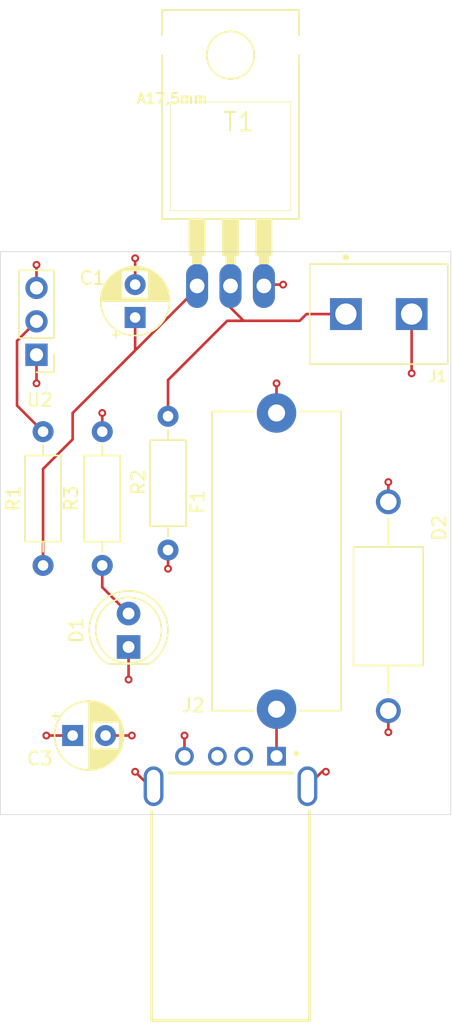
<source format=kicad_pcb>
(kicad_pcb (version 20240108) (generator "pcbnew") (generator_version "8.0")
  (title_block (date "2024-08-25") (rev "A") (company "Rullo Corporation"))
  (layers (0 "F.Cu" signal) (1 "In1.Cu" power "In1.Cu_GND") (2 "In2.Cu" power "In2.Cu_5V") (31 "B.Cu" signal) (34 "B.Paste" user) (35 "F.Paste" user) (36 "B.SilkS" user "B.Silkscreen") (37 "F.SilkS" user "F.Silkscreen") (38 "B.Mask" user) (39 "F.Mask" user) (44 "Edge.Cuts" user))
  (net 0 "")
  (net 1 "Net-(C1-Pad1)")
  (net 2 "GND")
  (net 3 "+5V")
  (net 4 "Net-(D1-A)")
  (net 5 "Net-(J2-VCC)")
  (net 6 "Net-(J1-01)")
  (net 9 "Net-(U2-SIG)")
  (footprint "Capacitor_THT:CP_Radial_D5.0mm_P2.50mm" (layer "F.Cu") (at 111.75 123.25)
    (property "Reference" "C3" (at -2.5 1.75 0) (layer "F.SilkS"))
    (property "Value" "100uF")
    (fp_line (start -1.554775 -1.475) (end -1.054775 -1.475) (stroke (width 0.12)) (layer "F.SilkS"))
    (fp_line (start -1.304775 -1.725) (end -1.304775 -1.225) (stroke (width 0.12)) (layer "F.SilkS"))
    (fp_line (start 1.25 -2.58) (end 1.25 2.58) (stroke (width 0.12)) (layer "F.SilkS"))
    (fp_line (start 1.29 -2.58) (end 1.29 2.58) (stroke (width 0.12)) (layer "F.SilkS"))
    (fp_line (start 1.33 -2.579) (end 1.33 2.579) (stroke (width 0.12)) (layer "F.SilkS"))
    (fp_line (start 1.37 -2.578) (end 1.37 2.578) (stroke (width 0.12)) (layer "F.SilkS"))
    (fp_line (start 1.41 -2.576) (end 1.41 2.576) (stroke (width 0.12)) (layer "F.SilkS"))
    (fp_line (start 1.45 -2.573) (end 1.45 2.573) (stroke (width 0.12)) (layer "F.SilkS"))
    (fp_line (start 1.49 -2.569) (end 1.49 -1.04) (stroke (width 0.12)) (layer "F.SilkS"))
    (fp_line (start 1.49 1.04) (end 1.49 2.569) (stroke (width 0.12)) (layer "F.SilkS"))
    (fp_line (start 1.53 -2.565) (end 1.53 -1.04) (stroke (width 0.12)) (layer "F.SilkS"))
    (fp_line (start 1.53 1.04) (end 1.53 2.565) (stroke (width 0.12)) (layer "F.SilkS"))
    (fp_line (start 1.57 -2.561) (end 1.57 -1.04) (stroke (width 0.12)) (layer "F.SilkS"))
    (fp_line (start 1.57 1.04) (end 1.57 2.561) (stroke (width 0.12)) (layer "F.SilkS"))
    (fp_line (start 1.61 -2.556) (end 1.61 -1.04) (stroke (width 0.12)) (layer "F.SilkS"))
    (fp_line (start 1.61 1.04) (end 1.61 2.556) (stroke (width 0.12)) (layer "F.SilkS"))
    (fp_line (start 1.65 -2.55) (end 1.65 -1.04) (stroke (width 0.12)) (layer "F.SilkS"))
    (fp_line (start 1.65 1.04) (end 1.65 2.55) (stroke (width 0.12)) (layer "F.SilkS"))
    (fp_line (start 1.69 -2.543) (end 1.69 -1.04) (stroke (width 0.12)) (layer "F.SilkS"))
    (fp_line (start 1.69 1.04) (end 1.69 2.543) (stroke (width 0.12)) (layer "F.SilkS"))
    (fp_line (start 1.73 -2.536) (end 1.73 -1.04) (stroke (width 0.12)) (layer "F.SilkS"))
    (fp_line (start 1.73 1.04) (end 1.73 2.536) (stroke (width 0.12)) (layer "F.SilkS"))
    (fp_line (start 1.77 -2.528) (end 1.77 -1.04) (stroke (width 0.12)) (layer "F.SilkS"))
    (fp_line (start 1.77 1.04) (end 1.77 2.528) (stroke (width 0.12)) (layer "F.SilkS"))
    (fp_line (start 1.81 -2.52) (end 1.81 -1.04) (stroke (width 0.12)) (layer "F.SilkS"))
    (fp_line (start 1.81 1.04) (end 1.81 2.52) (stroke (width 0.12)) (layer "F.SilkS"))
    (fp_line (start 1.85 -2.511) (end 1.85 -1.04) (stroke (width 0.12)) (layer "F.SilkS"))
    (fp_line (start 1.85 1.04) (end 1.85 2.511) (stroke (width 0.12)) (layer "F.SilkS"))
    (fp_line (start 1.89 -2.501) (end 1.89 -1.04) (stroke (width 0.12)) (layer "F.SilkS"))
    (fp_line (start 1.89 1.04) (end 1.89 2.501) (stroke (width 0.12)) (layer "F.SilkS"))
    (fp_line (start 1.93 -2.491) (end 1.93 -1.04) (stroke (width 0.12)) (layer "F.SilkS"))
    (fp_line (start 1.93 1.04) (end 1.93 2.491) (stroke (width 0.12)) (layer "F.SilkS"))
    (fp_line (start 1.971 -2.48) (end 1.971 -1.04) (stroke (width 0.12)) (layer "F.SilkS"))
    (fp_line (start 1.971 1.04) (end 1.971 2.48) (stroke (width 0.12)) (layer "F.SilkS"))
    (fp_line (start 2.011 -2.468) (end 2.011 -1.04) (stroke (width 0.12)) (layer "F.SilkS"))
    (fp_line (start 2.011 1.04) (end 2.011 2.468) (stroke (width 0.12)) (layer "F.SilkS"))
    (fp_line (start 2.051 -2.455) (end 2.051 -1.04) (stroke (width 0.12)) (layer "F.SilkS"))
    (fp_line (start 2.051 1.04) (end 2.051 2.455) (stroke (width 0.12)) (layer "F.SilkS"))
    (fp_line (start 2.091 -2.442) (end 2.091 -1.04) (stroke (width 0.12)) (layer "F.SilkS"))
    (fp_line (start 2.091 1.04) (end 2.091 2.442) (stroke (width 0.12)) (layer "F.SilkS"))
    (fp_line (start 2.131 -2.428) (end 2.131 -1.04) (stroke (width 0.12)) (layer "F.SilkS"))
    (fp_line (start 2.131 1.04) (end 2.131 2.428) (stroke (width 0.12)) (layer "F.SilkS"))
    (fp_line (start 2.171 -2.414) (end 2.171 -1.04) (stroke (width 0.12)) (layer "F.SilkS"))
    (fp_line (start 2.171 1.04) (end 2.171 2.414) (stroke (width 0.12)) (layer "F.SilkS"))
    (fp_line (start 2.211 -2.398) (end 2.211 -1.04) (stroke (width 0.12)) (layer "F.SilkS"))
    (fp_line (start 2.211 1.04) (end 2.211 2.398) (stroke (width 0.12)) (layer "F.SilkS"))
    (fp_line (start 2.251 -2.382) (end 2.251 -1.04) (stroke (width 0.12)) (layer "F.SilkS"))
    (fp_line (start 2.251 1.04) (end 2.251 2.382) (stroke (width 0.12)) (layer "F.SilkS"))
    (fp_line (start 2.291 -2.365) (end 2.291 -1.04) (stroke (width 0.12)) (layer "F.SilkS"))
    (fp_line (start 2.291 1.04) (end 2.291 2.365) (stroke (width 0.12)) (layer "F.SilkS"))
    (fp_line (start 2.331 -2.348) (end 2.331 -1.04) (stroke (width 0.12)) (layer "F.SilkS"))
    (fp_line (start 2.331 1.04) (end 2.331 2.348) (stroke (width 0.12)) (layer "F.SilkS"))
    (fp_line (start 2.371 -2.329) (end 2.371 -1.04) (stroke (width 0.12)) (layer "F.SilkS"))
    (fp_line (start 2.371 1.04) (end 2.371 2.329) (stroke (width 0.12)) (layer "F.SilkS"))
    (fp_line (start 2.411 -2.31) (end 2.411 -1.04) (stroke (width 0.12)) (layer "F.SilkS"))
    (fp_line (start 2.411 1.04) (end 2.411 2.31) (stroke (width 0.12)) (layer "F.SilkS"))
    (fp_line (start 2.451 -2.29) (end 2.451 -1.04) (stroke (width 0.12)) (layer "F.SilkS"))
    (fp_line (start 2.451 1.04) (end 2.451 2.29) (stroke (width 0.12)) (layer "F.SilkS"))
    (fp_line (start 2.491 -2.268) (end 2.491 -1.04) (stroke (width 0.12)) (layer "F.SilkS"))
    (fp_line (start 2.491 1.04) (end 2.491 2.268) (stroke (width 0.12)) (layer "F.SilkS"))
    (fp_line (start 2.531 -2.247) (end 2.531 -1.04) (stroke (width 0.12)) (layer "F.SilkS"))
    (fp_line (start 2.531 1.04) (end 2.531 2.247) (stroke (width 0.12)) (layer "F.SilkS"))
    (fp_line (start 2.571 -2.224) (end 2.571 -1.04) (stroke (width 0.12)) (layer "F.SilkS"))
    (fp_line (start 2.571 1.04) (end 2.571 2.224) (stroke (width 0.12)) (layer "F.SilkS"))
    (fp_line (start 2.611 -2.2) (end 2.611 -1.04) (stroke (width 0.12)) (layer "F.SilkS"))
    (fp_line (start 2.611 1.04) (end 2.611 2.2) (stroke (width 0.12)) (layer "F.SilkS"))
    (fp_line (start 2.651 -2.175) (end 2.651 -1.04) (stroke (width 0.12)) (layer "F.SilkS"))
    (fp_line (start 2.651 1.04) (end 2.651 2.175) (stroke (width 0.12)) (layer "F.SilkS"))
    (fp_line (start 2.691 -2.149) (end 2.691 -1.04) (stroke (width 0.12)) (layer "F.SilkS"))
    (fp_line (start 2.691 1.04) (end 2.691 2.149) (stroke (width 0.12)) (layer "F.SilkS"))
    (fp_line (start 2.731 -2.122) (end 2.731 -1.04) (stroke (width 0.12)) (layer "F.SilkS"))
    (fp_line (start 2.731 1.04) (end 2.731 2.122) (stroke (width 0.12)) (layer "F.SilkS"))
    (fp_line (start 2.771 -2.095) (end 2.771 -1.04) (stroke (width 0.12)) (layer "F.SilkS"))
    (fp_line (start 2.771 1.04) (end 2.771 2.095) (stroke (width 0.12)) (layer "F.SilkS"))
    (fp_line (start 2.811 -2.065) (end 2.811 -1.04) (stroke (width 0.12)) (layer "F.SilkS"))
    (fp_line (start 2.811 1.04) (end 2.811 2.065) (stroke (width 0.12)) (layer "F.SilkS"))
    (fp_line (start 2.851 -2.035) (end 2.851 -1.04) (stroke (width 0.12)) (layer "F.SilkS"))
    (fp_line (start 2.851 1.04) (end 2.851 2.035) (stroke (width 0.12)) (layer "F.SilkS"))
    (fp_line (start 2.891 -2.004) (end 2.891 -1.04) (stroke (width 0.12)) (layer "F.SilkS"))
    (fp_line (start 2.891 1.04) (end 2.891 2.004) (stroke (width 0.12)) (layer "F.SilkS"))
    (fp_line (start 2.931 -1.971) (end 2.931 -1.04) (stroke (width 0.12)) (layer "F.SilkS"))
    (fp_line (start 2.931 1.04) (end 2.931 1.971) (stroke (width 0.12)) (layer "F.SilkS"))
    (fp_line (start 2.971 -1.937) (end 2.971 -1.04) (stroke (width 0.12)) (layer "F.SilkS"))
    (fp_line (start 2.971 1.04) (end 2.971 1.937) (stroke (width 0.12)) (layer "F.SilkS"))
    (fp_line (start 3.011 -1.901) (end 3.011 -1.04) (stroke (width 0.12)) (layer "F.SilkS"))
    (fp_line (start 3.011 1.04) (end 3.011 1.901) (stroke (width 0.12)) (layer "F.SilkS"))
    (fp_line (start 3.051 -1.864) (end 3.051 -1.04) (stroke (width 0.12)) (layer "F.SilkS"))
    (fp_line (start 3.051 1.04) (end 3.051 1.864) (stroke (width 0.12)) (layer "F.SilkS"))
    (fp_line (start 3.091 -1.826) (end 3.091 -1.04) (stroke (width 0.12)) (layer "F.SilkS"))
    (fp_line (start 3.091 1.04) (end 3.091 1.826) (stroke (width 0.12)) (layer "F.SilkS"))
    (fp_line (start 3.131 -1.785) (end 3.131 -1.04) (stroke (width 0.12)) (layer "F.SilkS"))
    (fp_line (start 3.131 1.04) (end 3.131 1.785) (stroke (width 0.12)) (layer "F.SilkS"))
    (fp_line (start 3.171 -1.743) (end 3.171 -1.04) (stroke (width 0.12)) (layer "F.SilkS"))
    (fp_line (start 3.171 1.04) (end 3.171 1.743) (stroke (width 0.12)) (layer "F.SilkS"))
    (fp_line (start 3.211 -1.699) (end 3.211 -1.04) (stroke (width 0.12)) (layer "F.SilkS"))
    (fp_line (start 3.211 1.04) (end 3.211 1.699) (stroke (width 0.12)) (layer "F.SilkS"))
    (fp_line (start 3.251 -1.653) (end 3.251 -1.04) (stroke (width 0.12)) (layer "F.SilkS"))
    (fp_line (start 3.251 1.04) (end 3.251 1.653) (stroke (width 0.12)) (layer "F.SilkS"))
    (fp_line (start 3.291 -1.605) (end 3.291 -1.04) (stroke (width 0.12)) (layer "F.SilkS"))
    (fp_line (start 3.291 1.04) (end 3.291 1.605) (stroke (width 0.12)) (layer "F.SilkS"))
    (fp_line (start 3.331 -1.554) (end 3.331 -1.04) (stroke (width 0.12)) (layer "F.SilkS"))
    (fp_line (start 3.331 1.04) (end 3.331 1.554) (stroke (width 0.12)) (layer "F.SilkS"))
    (fp_line (start 3.371 -1.5) (end 3.371 -1.04) (stroke (width 0.12)) (layer "F.SilkS"))
    (fp_line (start 3.371 1.04) (end 3.371 1.5) (stroke (width 0.12)) (layer "F.SilkS"))
    (fp_line (start 3.411 -1.443) (end 3.411 -1.04) (stroke (width 0.12)) (layer "F.SilkS"))
    (fp_line (start 3.411 1.04) (end 3.411 1.443) (stroke (width 0.12)) (layer "F.SilkS"))
    (fp_line (start 3.451 -1.383) (end 3.451 -1.04) (stroke (width 0.12)) (layer "F.SilkS"))
    (fp_line (start 3.451 1.04) (end 3.451 1.383) (stroke (width 0.12)) (layer "F.SilkS"))
    (fp_line (start 3.491 -1.319) (end 3.491 -1.04) (stroke (width 0.12)) (layer "F.SilkS"))
    (fp_line (start 3.491 1.04) (end 3.491 1.319) (stroke (width 0.12)) (layer "F.SilkS"))
    (fp_line (start 3.531 -1.251) (end 3.531 -1.04) (stroke (width 0.12)) (layer "F.SilkS"))
    (fp_line (start 3.531 1.04) (end 3.531 1.251) (stroke (width 0.12)) (layer "F.SilkS"))
    (fp_line (start 3.571 -1.178) (end 3.571 1.178) (stroke (width 0.12)) (layer "F.SilkS"))
    (fp_line (start 3.611 -1.098) (end 3.611 1.098) (stroke (width 0.12)) (layer "F.SilkS"))
    (fp_line (start 3.651 -1.011) (end 3.651 1.011) (stroke (width 0.12)) (layer "F.SilkS"))
    (fp_line (start 3.691 -0.915) (end 3.691 0.915) (stroke (width 0.12)) (layer "F.SilkS"))
    (fp_line (start 3.731 -0.805) (end 3.731 0.805) (stroke (width 0.12)) (layer "F.SilkS"))
    (fp_line (start 3.771 -0.677) (end 3.771 0.677) (stroke (width 0.12)) (layer "F.SilkS"))
    (fp_line (start 3.811 -0.518) (end 3.811 0.518) (stroke (width 0.12)) (layer "F.SilkS"))
    (fp_line (start 3.851 -0.284) (end 3.851 0.284) (stroke (width 0.12)) (layer "F.SilkS"))
    (fp_circle (center 1.25 0) (end 3.87 0) (stroke (width 0.12)) (fill none) (layer "F.SilkS"))
    (pad "1" thru_hole rect (at 0 0) (size 1.6 1.6) (drill 0.8) (layers "*.Cu" "*.Mask") (net 3 "+5V"))
    (pad "2" thru_hole circle (at 2.5 0) (size 1.6 1.6) (drill 0.8) (layers "*.Cu" "*.Mask") (net 2 "GND"))
  )
  (footprint "TIP122:TIP122" (layer "F.Cu") (at 123.75 82.75)
    (property "Reference" "T1" (at 0.635695 -6.102765 360) (layer "F.SilkS") (effects (font (size 1.401551 1.401551))))
    (property "Value" "TIP122")
    (fp_line (start -5.207 -12.7) (end -5.207 -14.605) (stroke (width 0.127)) (layer "F.SilkS"))
    (fp_line (start -5.207 1.27) (end -5.207 -11.176) (stroke (width 0.127)) (layer "F.SilkS"))
    (fp_line (start -5.207 1.27) (end 5.207 1.27) (stroke (width 0.127)) (layer "F.SilkS"))
    (fp_line (start -4.572 0.635) (end -4.572 -7.62) (stroke (width 0.0508)) (layer "F.SilkS"))
    (fp_line (start -4.572 0.635) (end 4.572 0.635) (stroke (width 0.0508)) (layer "F.SilkS"))
    (fp_line (start 4.572 -7.62) (end -4.572 -7.62) (stroke (width 0.0508)) (layer "F.SilkS"))
    (fp_line (start 4.572 -7.62) (end 4.572 0.635) (stroke (width 0.0508)) (layer "F.SilkS"))
    (fp_line (start 5.207 -14.605) (end -5.207 -14.605) (stroke (width 0.127)) (layer "F.SilkS"))
    (fp_line (start 5.207 -12.7) (end 5.207 -14.605) (stroke (width 0.127)) (layer "F.SilkS"))
    (fp_line (start 5.207 1.27) (end 5.207 -11.176) (stroke (width 0.127)) (layer "F.SilkS"))
    (fp_circle (center 0 -11.176) (end 1.8034 -11.176) (stroke (width 0.127)) (fill none) (layer "F.SilkS"))
    (fp_poly (pts (xy -3.17996 1.27) (xy -1.905 1.27) (xy -1.905 4.07035) (xy -3.17996 4.07035)) (stroke (width 0.01)) (fill solid) (layer "F.SilkS"))
    (fp_poly (pts (xy -2.92176 4.064) (xy -2.159 4.064) (xy -2.159 4.70022) (xy -2.92176 4.70022)) (stroke (width 0.01)) (fill solid) (layer "F.SilkS"))
    (fp_poly (pts (xy -0.635634 1.27) (xy 0.635 1.27) (xy 0.635 4.06806) (xy -0.635634 4.06806)) (stroke (width 0.01)) (fill solid) (layer "F.SilkS"))
    (fp_poly (pts (xy -0.381187 4.064) (xy 0.381 4.064) (xy 0.381 4.70131) (xy -0.381187 4.70131)) (stroke (width 0.01)) (fill solid) (layer "F.SilkS"))
    (fp_poly (pts (xy 1.90647 1.27) (xy 3.175 1.27) (xy 3.175 4.06714) (xy 1.90647 4.06714)) (stroke (width 0.01)) (fill solid) (layer "F.SilkS"))
    (fp_poly (pts (xy 2.15964 4.064) (xy 2.921 4.064) (xy 2.921 4.70038) (xy 2.15964 4.70038)) (stroke (width 0.01)) (fill solid) (layer "F.SilkS"))
    (fp_text user "A17,5mm" (at -4.44892 -7.88095 360) (layer "F.SilkS") (effects (font (size 0.780688 0.780688))))
    (pad "" np_thru_hole circle (at 0 -11.176) (size 3.302 3.302) (drill 3.302) (layers "*.Cu" "*.Mask"))
    (pad "1" thru_hole oval (at -2.54 6.35) (size 1.6764 3.3528) (drill 1.1176) (layers "*.Cu" "*.Mask") (net 1 "Net-(C1-Pad1)"))
    (pad "2" thru_hole oval (at 0 6.35) (size 1.6764 3.3528) (drill 1.1176) (layers "*.Cu" "*.Mask") (net 6 "Net-(J1-01)"))
    (pad "3" thru_hole oval (at 2.54 6.35) (size 1.6764 3.3528) (drill 1.1176) (layers "*.Cu" "*.Mask") (net 2 "GND"))
  )
  (footprint "Fuse:Fuseholder_Cylinder-5x20mm_Schurter_0031_8201_Horizontal_Open" (layer "F.Cu") (at 127.25 98.75 -90)
    (property "Reference" "F1" (at 6.75 6 90) (layer "F.SilkS"))
    (property "Value" "1A_Fuse")
    (fp_line (start -0.11 4.91) (end 22.61 4.91) (stroke (width 0.12)) (layer "F.SilkS"))
    (fp_line (start -0.11 4.91) (end -0.11 1.75) (stroke (width 0.12)) (layer "F.SilkS"))
    (fp_line (start 22.61 4.91) (end 22.61 1.75) (stroke (width 0.12)) (layer "F.SilkS"))
    (fp_line (start -0.11 -1.75) (end -0.11 -4.91) (stroke (width 0.12)) (layer "F.SilkS"))
    (fp_line (start 22.61 -1.75) (end 22.61 -4.91) (stroke (width 0.12)) (layer "F.SilkS"))
    (fp_line (start -0.11 -4.91) (end 22.61 -4.91) (stroke (width 0.12)) (layer "F.SilkS"))
    (pad "" np_thru_hole circle (at 11.25 0 270) (size 2.7 2.7) (drill 2.7) (layers "*.Cu" "*.Mask"))
    (pad "1" thru_hole circle (at 0 0 270) (size 3 3) (drill 1.3) (layers "*.Cu" "*.Mask") (net 3 "+5V"))
    (pad "2" thru_hole circle (at 22.5 0 270) (size 3 3) (drill 1.3) (layers "*.Cu" "*.Mask") (net 5 "Net-(J2-VCC)"))
  )
  (footprint "TVS_1.5KE6.8CA:DIOAD1586W101L900D530" (layer "F.Cu") (at 135.75 113.43 -90)
    (property "Reference" "D2" (at -5.95 -3.885 90) (layer "F.SilkS"))
    (property "Value" "1.5KE6.8CA")
    (fp_line (start -4.5 2.65) (end 4.5 2.65) (stroke (width 0.127)) (layer "F.SilkS"))
    (fp_line (start 4.5 2.65) (end 4.5 0) (stroke (width 0.127)) (layer "F.SilkS"))
    (fp_line (start -4.5 0) (end -4.5 2.65) (stroke (width 0.127)) (layer "F.SilkS"))
    (fp_line (start -4.5 0) (end -6.63 0) (stroke (width 0.127)) (layer "F.SilkS"))
    (fp_line (start 4.5 0) (end 6.63 0) (stroke (width 0.127)) (layer "F.SilkS"))
    (fp_line (start 4.5 0) (end 4.5 -2.65) (stroke (width 0.127)) (layer "F.SilkS"))
    (fp_line (start -4.5 -2.65) (end -4.5 0) (stroke (width 0.127)) (layer "F.SilkS"))
    (fp_line (start 4.5 -2.65) (end -4.5 -2.65) (stroke (width 0.127)) (layer "F.SilkS"))
    (pad "1" thru_hole circle (at -7.93 0 270) (size 1.89 1.89) (drill 1.26) (layers "*.Cu" "*.Mask") (net 2 "GND"))
    (pad "2" thru_hole circle (at 7.93 0 270) (size 1.89 1.89) (drill 1.26) (layers "*.Cu" "*.Mask") (net 3 "+5V"))
  )
  (footprint "LED_THT:LED_D5.0mm" (layer "F.Cu") (at 116 116.525 90)
    (property "Reference" "D1" (at 1.27 -3.96 90) (layer "F.SilkS"))
    (property "Value" "ON_LED")
    (fp_line (start -1.29 -1.545) (end -1.29 1.545) (stroke (width 0.12)) (layer "F.SilkS"))
    (fp_arc (start -1.29 -1.54483) (mid 2.072002 -2.880433) (end 4.26 0.000462) (stroke (width 0.12)) (layer "F.SilkS"))
    (fp_arc (start 4.26 -0.000462) (mid 2.072002 2.880433) (end -1.29 1.54483) (stroke (width 0.12)) (layer "F.SilkS"))
    (fp_circle (center 1.27 0) (end 3.77 0) (stroke (width 0.12)) (fill none) (layer "F.SilkS"))
    (pad "1" thru_hole rect (at 0 0 90) (size 1.8 1.8) (drill 0.9) (layers "*.Cu" "*.Mask") (net 2 "GND"))
    (pad "2" thru_hole circle (at 2.54 0 90) (size 1.8 1.8) (drill 0.9) (layers "*.Cu" "*.Mask") (net 4 "Net-(D1-A)"))
  )
  (footprint "Resistor_THT:R_Axial_DIN0207_L6.3mm_D2.5mm_P10.16mm_Horizontal" (layer "F.Cu") (at 109.5 110.33 90)
    (property "Reference" "R1" (at 5.08 -2.25 90) (layer "F.SilkS"))
    (property "Value" "1K")
    (fp_line (start 8.35 -1.37) (end 1.81 -1.37) (stroke (width 0.12)) (layer "F.SilkS"))
    (fp_line (start 1.81 -1.37) (end 1.81 1.37) (stroke (width 0.12)) (layer "F.SilkS"))
    (fp_line (start 9.12 0) (end 8.35 0) (stroke (width 0.12)) (layer "F.SilkS"))
    (fp_line (start 1.04 0) (end 1.81 0) (stroke (width 0.12)) (layer "F.SilkS"))
    (fp_line (start 8.35 1.37) (end 8.35 -1.37) (stroke (width 0.12)) (layer "F.SilkS"))
    (fp_line (start 1.81 1.37) (end 8.35 1.37) (stroke (width 0.12)) (layer "F.SilkS"))
    (pad "1" thru_hole circle (at 0 0 90) (size 1.6 1.6) (drill 0.8) (layers "*.Cu" "*.Mask") (net 1 "Net-(C1-Pad1)"))
    (pad "2" thru_hole oval (at 10.16 0 90) (size 1.6 1.6) (drill 0.8) (layers "*.Cu" "*.Mask") (net 9 "Net-(U2-SIG)"))
  )
  (footprint "EBBA-02-C-SS-BU:EBBA-02-C-SS-BU" (layer "F.Cu") (at 132.5235 91.23865)
    (property "Reference" "J1" (at 6.9765 4.75 0) (layer "F.SilkS") (effects (font (size 0.8 0.8))))
    (property "Value" "RGB_STRIP")
    (fp_line (start -2.75 -3.8) (end 7.75 -3.8) (stroke (width 0.12)) (layer "F.SilkS"))
    (fp_line (start -2.75 3.8) (end -2.75 -3.8) (stroke (width 0.12)) (layer "F.SilkS"))
    (fp_line (start 7.75 -3.8) (end 7.75 3.8) (stroke (width 0.12)) (layer "F.SilkS"))
    (fp_line (start 7.75 3.8) (end -2.75 3.8) (stroke (width 0.12)) (layer "F.SilkS"))
    (fp_circle (center 0 -4.304) (end 0.25 -4.304) (fill solid) (layer "F.SilkS"))
    (pad "1" thru_hole rect (at 0 0) (size 2.4213 2.4213) (drill 1.6142) (layers "*.Cu" "*.Mask") (net 6 "Net-(J1-01)"))
    (pad "2" thru_hole rect (at 5 0) (size 2.4213 2.4213) (drill 1.6142) (layers "*.Cu" "*.Mask") (net 3 "+5V"))
  )
  (footprint "USB-AM-S-X-X-TH:SAMTEC_USB-AM-S-X-X-TH" (layer "F.Cu") (at 123.75 127.1)
    (property "Reference" "J2" (at -2.825 -6.135 360) (layer "F.SilkS"))
    (property "Value" "USB-A")
    (fp_line (start -6 17.8) (end -6 1.9) (stroke (width 0.2)) (layer "F.SilkS"))
    (fp_line (start -4.7 -1) (end 4.7 -1) (stroke (width 0.2)) (layer "F.SilkS"))
    (fp_line (start 6 1.9) (end 6 17.8) (stroke (width 0.2)) (layer "F.SilkS"))
    (fp_line (start 6 17.8) (end -6 17.8) (stroke (width 0.2)) (layer "F.SilkS"))
    (fp_circle (center 5 -2.5) (end 5.1 -2.5) (stroke (width 0.2)) (fill none) (layer "F.SilkS"))
    (pad "" np_thru_hole circle (at -2.3 0.35) (size 1.1 1.1) (drill 1.1) (layers "*.Cu" "*.Mask"))
    (pad "" np_thru_hole circle (at 2.3 0.35) (size 1.1 1.1) (drill 1.1) (layers "*.Cu" "*.Mask"))
    (pad "01" thru_hole rect (at 3.5 -2.28) (size 1.428 1.428) (drill 0.92) (layers "*.Cu" "*.Mask") (net 5 "Net-(J2-VCC)"))
    (pad "02" thru_hole circle (at 1 -2.28) (size 1.428 1.428) (drill 0.92) (layers "*.Cu" "*.Mask"))
    (pad "03" thru_hole circle (at -1 -2.28) (size 1.428 1.428) (drill 0.92) (layers "*.Cu" "*.Mask"))
    (pad "04" thru_hole circle (at -3.5 -2.28) (size 1.428 1.428) (drill 0.92) (layers "*.Cu" "*.Mask") (net 2 "GND"))
    (pad "S1" thru_hole oval (at -5.85 0) (size 1.508 3.016) (drill oval 1 2.5) (layers "*.Cu" "*.Mask") (net 2 "GND"))
    (pad "S2" thru_hole oval (at 5.85 0) (size 1.508 3.016) (drill oval 1 2.5) (layers "*.Cu" "*.Mask") (net 2 "GND"))
  )
  (footprint "Capacitor_THT:CP_Radial_D5.0mm_P2.50mm" (layer "F.Cu") (at 116.5 91.5 90)
    (property "Reference" "C1" (at 3 -3.25 180) (layer "F.SilkS"))
    (property "Value" "10uF")
    (fp_line (start 1.29 -2.58) (end 1.29 2.58) (stroke (width 0.12)) (layer "F.SilkS"))
    (fp_line (start 1.25 -2.58) (end 1.25 2.58) (stroke (width 0.12)) (layer "F.SilkS"))
    (fp_line (start 1.33 -2.579) (end 1.33 2.579) (stroke (width 0.12)) (layer "F.SilkS"))
    (fp_line (start 1.37 -2.578) (end 1.37 2.578) (stroke (width 0.12)) (layer "F.SilkS"))
    (fp_line (start 1.41 -2.576) (end 1.41 2.576) (stroke (width 0.12)) (layer "F.SilkS"))
    (fp_line (start 1.45 -2.573) (end 1.45 2.573) (stroke (width 0.12)) (layer "F.SilkS"))
    (fp_line (start 1.49 -2.569) (end 1.49 -1.04) (stroke (width 0.12)) (layer "F.SilkS"))
    (fp_line (start 1.53 -2.565) (end 1.53 -1.04) (stroke (width 0.12)) (layer "F.SilkS"))
    (fp_line (start 1.57 -2.561) (end 1.57 -1.04) (stroke (width 0.12)) (layer "F.SilkS"))
    (fp_line (start 1.61 -2.556) (end 1.61 -1.04) (stroke (width 0.12)) (layer "F.SilkS"))
    (fp_line (start 1.65 -2.55) (end 1.65 -1.04) (stroke (width 0.12)) (layer "F.SilkS"))
    (fp_line (start 1.69 -2.543) (end 1.69 -1.04) (stroke (width 0.12)) (layer "F.SilkS"))
    (fp_line (start 1.73 -2.536) (end 1.73 -1.04) (stroke (width 0.12)) (layer "F.SilkS"))
    (fp_line (start 1.77 -2.528) (end 1.77 -1.04) (stroke (width 0.12)) (layer "F.SilkS"))
    (fp_line (start 1.81 -2.52) (end 1.81 -1.04) (stroke (width 0.12)) (layer "F.SilkS"))
    (fp_line (start 1.85 -2.511) (end 1.85 -1.04) (stroke (width 0.12)) (layer "F.SilkS"))
    (fp_line (start 1.89 -2.501) (end 1.89 -1.04) (stroke (width 0.12)) (layer "F.SilkS"))
    (fp_line (start 1.93 -2.491) (end 1.93 -1.04) (stroke (width 0.12)) (layer "F.SilkS"))
    (fp_line (start 1.971 -2.48) (end 1.971 -1.04) (stroke (width 0.12)) (layer "F.SilkS"))
    (fp_line (start 2.011 -2.468) (end 2.011 -1.04) (stroke (width 0.12)) (layer "F.SilkS"))
    (fp_line (start 2.051 -2.455) (end 2.051 -1.04) (stroke (width 0.12)) (layer "F.SilkS"))
    (fp_line (start 2.091 -2.442) (end 2.091 -1.04) (stroke (width 0.12)) (layer "F.SilkS"))
    (fp_line (start 2.131 -2.428) (end 2.131 -1.04) (stroke (width 0.12)) (layer "F.SilkS"))
    (fp_line (start 2.171 -2.414) (end 2.171 -1.04) (stroke (width 0.12)) (layer "F.SilkS"))
    (fp_line (start 2.211 -2.398) (end 2.211 -1.04) (stroke (width 0.12)) (layer "F.SilkS"))
    (fp_line (start 2.251 -2.382) (end 2.251 -1.04) (stroke (width 0.12)) (layer "F.SilkS"))
    (fp_line (start 2.291 -2.365) (end 2.291 -1.04) (stroke (width 0.12)) (layer "F.SilkS"))
    (fp_line (start 2.331 -2.348) (end 2.331 -1.04) (stroke (width 0.12)) (layer "F.SilkS"))
    (fp_line (start 2.371 -2.329) (end 2.371 -1.04) (stroke (width 0.12)) (layer "F.SilkS"))
    (fp_line (start 2.411 -2.31) (end 2.411 -1.04) (stroke (width 0.12)) (layer "F.SilkS"))
    (fp_line (start 2.451 -2.29) (end 2.451 -1.04) (stroke (width 0.12)) (layer "F.SilkS"))
    (fp_line (start 2.491 -2.268) (end 2.491 -1.04) (stroke (width 0.12)) (layer "F.SilkS"))
    (fp_line (start 2.531 -2.247) (end 2.531 -1.04) (stroke (width 0.12)) (layer "F.SilkS"))
    (fp_line (start 2.571 -2.224) (end 2.571 -1.04) (stroke (width 0.12)) (layer "F.SilkS"))
    (fp_line (start 2.611 -2.2) (end 2.611 -1.04) (stroke (width 0.12)) (layer "F.SilkS"))
    (fp_line (start 2.651 -2.175) (end 2.651 -1.04) (stroke (width 0.12)) (layer "F.SilkS"))
    (fp_line (start 2.691 -2.149) (end 2.691 -1.04) (stroke (width 0.12)) (layer "F.SilkS"))
    (fp_line (start 2.731 -2.122) (end 2.731 -1.04) (stroke (width 0.12)) (layer "F.SilkS"))
    (fp_line (start 2.771 -2.095) (end 2.771 -1.04) (stroke (width 0.12)) (layer "F.SilkS"))
    (fp_line (start 2.811 -2.065) (end 2.811 -1.04) (stroke (width 0.12)) (layer "F.SilkS"))
    (fp_line (start 2.851 -2.035) (end 2.851 -1.04) (stroke (width 0.12)) (layer "F.SilkS"))
    (fp_line (start 2.891 -2.004) (end 2.891 -1.04) (stroke (width 0.12)) (layer "F.SilkS"))
    (fp_line (start 2.931 -1.971) (end 2.931 -1.04) (stroke (width 0.12)) (layer "F.SilkS"))
    (fp_line (start 2.971 -1.937) (end 2.971 -1.04) (stroke (width 0.12)) (layer "F.SilkS"))
    (fp_line (start 3.011 -1.901) (end 3.011 -1.04) (stroke (width 0.12)) (layer "F.SilkS"))
    (fp_line (start 3.051 -1.864) (end 3.051 -1.04) (stroke (width 0.12)) (layer "F.SilkS"))
    (fp_line (start 3.091 -1.826) (end 3.091 -1.04) (stroke (width 0.12)) (layer "F.SilkS"))
    (fp_line (start 3.131 -1.785) (end 3.131 -1.04) (stroke (width 0.12)) (layer "F.SilkS"))
    (fp_line (start 3.171 -1.743) (end 3.171 -1.04) (stroke (width 0.12)) (layer "F.SilkS"))
    (fp_line (start -1.304775 -1.725) (end -1.304775 -1.225) (stroke (width 0.12)) (layer "F.SilkS"))
    (fp_line (start 3.211 -1.699) (end 3.211 -1.04) (stroke (width 0.12)) (layer "F.SilkS"))
    (fp_line (start 3.251 -1.653) (end 3.251 -1.04) (stroke (width 0.12)) (layer "F.SilkS"))
    (fp_line (start 3.291 -1.605) (end 3.291 -1.04) (stroke (width 0.12)) (layer "F.SilkS"))
    (fp_line (start 3.331 -1.554) (end 3.331 -1.04) (stroke (width 0.12)) (layer "F.SilkS"))
    (fp_line (start 3.371 -1.5) (end 3.371 -1.04) (stroke (width 0.12)) (layer "F.SilkS"))
    (fp_line (start -1.554775 -1.475) (end -1.054775 -1.475) (stroke (width 0.12)) (layer "F.SilkS"))
    (fp_line (start 3.411 -1.443) (end 3.411 -1.04) (stroke (width 0.12)) (layer "F.SilkS"))
    (fp_line (start 3.451 -1.383) (end 3.451 -1.04) (stroke (width 0.12)) (layer "F.SilkS"))
    (fp_line (start 3.491 -1.319) (end 3.491 -1.04) (stroke (width 0.12)) (layer "F.SilkS"))
    (fp_line (start 3.531 -1.251) (end 3.531 -1.04) (stroke (width 0.12)) (layer "F.SilkS"))
    (fp_line (start 3.571 -1.178) (end 3.571 1.178) (stroke (width 0.12)) (layer "F.SilkS"))
    (fp_line (start 3.611 -1.098) (end 3.611 1.098) (stroke (width 0.12)) (layer "F.SilkS"))
    (fp_line (start 3.651 -1.011) (end 3.651 1.011) (stroke (width 0.12)) (layer "F.SilkS"))
    (fp_line (start 3.691 -0.915) (end 3.691 0.915) (stroke (width 0.12)) (layer "F.SilkS"))
    (fp_line (start 3.731 -0.805) (end 3.731 0.805) (stroke (width 0.12)) (layer "F.SilkS"))
    (fp_line (start 3.771 -0.677) (end 3.771 0.677) (stroke (width 0.12)) (layer "F.SilkS"))
    (fp_line (start 3.811 -0.518) (end 3.811 0.518) (stroke (width 0.12)) (layer "F.SilkS"))
    (fp_line (start 3.851 -0.284) (end 3.851 0.284) (stroke (width 0.12)) (layer "F.SilkS"))
    (fp_line (start 3.531 1.04) (end 3.531 1.251) (stroke (width 0.12)) (layer "F.SilkS"))
    (fp_line (start 3.491 1.04) (end 3.491 1.319) (stroke (width 0.12)) (layer "F.SilkS"))
    (fp_line (start 3.451 1.04) (end 3.451 1.383) (stroke (width 0.12)) (layer "F.SilkS"))
    (fp_line (start 3.411 1.04) (end 3.411 1.443) (stroke (width 0.12)) (layer "F.SilkS"))
    (fp_line (start 3.371 1.04) (end 3.371 1.5) (stroke (width 0.12)) (layer "F.SilkS"))
    (fp_line (start 3.331 1.04) (end 3.331 1.554) (stroke (width 0.12)) (layer "F.SilkS"))
    (fp_line (start 3.291 1.04) (end 3.291 1.605) (stroke (width 0.12)) (layer "F.SilkS"))
    (fp_line (start 3.251 1.04) (end 3.251 1.653) (stroke (width 0.12)) (layer "F.SilkS"))
    (fp_line (start 3.211 1.04) (end 3.211 1.699) (stroke (width 0.12)) (layer "F.SilkS"))
    (fp_line (start 3.171 1.04) (end 3.171 1.743) (stroke (width 0.12)) (layer "F.SilkS"))
    (fp_line (start 3.131 1.04) (end 3.131 1.785) (stroke (width 0.12)) (layer "F.SilkS"))
    (fp_line (start 3.091 1.04) (end 3.091 1.826) (stroke (width 0.12)) (layer "F.SilkS"))
    (fp_line (start 3.051 1.04) (end 3.051 1.864) (stroke (width 0.12)) (layer "F.SilkS"))
    (fp_line (start 3.011 1.04) (end 3.011 1.901) (stroke (width 0.12)) (layer "F.SilkS"))
    (fp_line (start 2.971 1.04) (end 2.971 1.937) (stroke (width 0.12)) (layer "F.SilkS"))
    (fp_line (start 2.931 1.04) (end 2.931 1.971) (stroke (width 0.12)) (layer "F.SilkS"))
    (fp_line (start 2.891 1.04) (end 2.891 2.004) (stroke (width 0.12)) (layer "F.SilkS"))
    (fp_line (start 2.851 1.04) (end 2.851 2.035) (stroke (width 0.12)) (layer "F.SilkS"))
    (fp_line (start 2.811 1.04) (end 2.811 2.065) (stroke (width 0.12)) (layer "F.SilkS"))
    (fp_line (start 2.771 1.04) (end 2.771 2.095) (stroke (width 0.12)) (layer "F.SilkS"))
    (fp_line (start 2.731 1.04) (end 2.731 2.122) (stroke (width 0.12)) (layer "F.SilkS"))
    (fp_line (start 2.691 1.04) (end 2.691 2.149) (stroke (width 0.12)) (layer "F.SilkS"))
    (fp_line (start 2.651 1.04) (end 2.651 2.175) (stroke (width 0.12)) (layer "F.SilkS"))
    (fp_line (start 2.611 1.04) (end 2.611 2.2) (stroke (width 0.12)) (layer "F.SilkS"))
    (fp_line (start 2.571 1.04) (end 2.571 2.224) (stroke (width 0.12)) (layer "F.SilkS"))
    (fp_line (start 2.531 1.04) (end 2.531 2.247) (stroke (width 0.12)) (layer "F.SilkS"))
    (fp_line (start 2.491 1.04) (end 2.491 2.268) (stroke (width 0.12)) (layer "F.SilkS"))
    (fp_line (start 2.451 1.04) (end 2.451 2.29) (stroke (width 0.12)) (layer "F.SilkS"))
    (fp_line (start 2.411 1.04) (end 2.411 2.31) (stroke (width 0.12)) (layer "F.SilkS"))
    (fp_line (start 2.371 1.04) (end 2.371 2.329) (stroke (width 0.12)) (layer "F.SilkS"))
    (fp_line (start 2.331 1.04) (end 2.331 2.348) (stroke (width 0.12)) (layer "F.SilkS"))
    (fp_line (start 2.291 1.04) (end 2.291 2.365) (stroke (width 0.12)) (layer "F.SilkS"))
    (fp_line (start 2.251 1.04) (end 2.251 2.382) (stroke (width 0.12)) (layer "F.SilkS"))
    (fp_line (start 2.211 1.04) (end 2.211 2.398) (stroke (width 0.12)) (layer "F.SilkS"))
    (fp_line (start 2.171 1.04) (end 2.171 2.414) (stroke (width 0.12)) (layer "F.SilkS"))
    (fp_line (start 2.131 1.04) (end 2.131 2.428) (stroke (width 0.12)) (layer "F.SilkS"))
    (fp_line (start 2.091 1.04) (end 2.091 2.442) (stroke (width 0.12)) (layer "F.SilkS"))
    (fp_line (start 2.051 1.04) (end 2.051 2.455) (stroke (width 0.12)) (layer "F.SilkS"))
    (fp_line (start 2.011 1.04) (end 2.011 2.468) (stroke (width 0.12)) (layer "F.SilkS"))
    (fp_line (start 1.971 1.04) (end 1.971 2.48) (stroke (width 0.12)) (layer "F.SilkS"))
    (fp_line (start 1.93 1.04) (end 1.93 2.491) (stroke (width 0.12)) (layer "F.SilkS"))
    (fp_line (start 1.89 1.04) (end 1.89 2.501) (stroke (width 0.12)) (layer "F.SilkS"))
    (fp_line (start 1.85 1.04) (end 1.85 2.511) (stroke (width 0.12)) (layer "F.SilkS"))
    (fp_line (start 1.81 1.04) (end 1.81 2.52) (stroke (width 0.12)) (layer "F.SilkS"))
    (fp_line (start 1.77 1.04) (end 1.77 2.528) (stroke (width 0.12)) (layer "F.SilkS"))
    (fp_line (start 1.73 1.04) (end 1.73 2.536) (stroke (width 0.12)) (layer "F.SilkS"))
    (fp_line (start 1.69 1.04) (end 1.69 2.543) (stroke (width 0.12)) (layer "F.SilkS"))
    (fp_line (start 1.65 1.04) (end 1.65 2.55) (stroke (width 0.12)) (layer "F.SilkS"))
    (fp_line (start 1.61 1.04) (end 1.61 2.556) (stroke (width 0.12)) (layer "F.SilkS"))
    (fp_line (start 1.57 1.04) (end 1.57 2.561) (stroke (width 0.12)) (layer "F.SilkS"))
    (fp_line (start 1.53 1.04) (end 1.53 2.565) (stroke (width 0.12)) (layer "F.SilkS"))
    (fp_line (start 1.49 1.04) (end 1.49 2.569) (stroke (width 0.12)) (layer "F.SilkS"))
    (fp_circle (center 1.25 0) (end 3.87 0) (stroke (width 0.12)) (fill none) (layer "F.SilkS"))
    (pad "1" thru_hole rect (at 0 0 90) (size 1.6 1.6) (drill 0.8) (layers "*.Cu" "*.Mask") (net 1 "Net-(C1-Pad1)"))
    (pad "2" thru_hole circle (at 2.5 0 90) (size 1.6 1.6) (drill 0.8) (layers "*.Cu" "*.Mask") (net 2 "GND"))
  )
  (footprint "Resistor_THT:R_Axial_DIN0207_L6.3mm_D2.5mm_P10.16mm_Horizontal" (layer "F.Cu") (at 114 110.33 90)
    (property "Reference" "R3" (at 5.08 -2.37 90) (layer "F.SilkS"))
    (property "Value" "2.2k")
    (fp_line (start 8.35 -1.37) (end 1.81 -1.37) (stroke (width 0.12)) (layer "F.SilkS"))
    (fp_line (start 1.81 -1.37) (end 1.81 1.37) (stroke (width 0.12)) (layer "F.SilkS"))
    (fp_line (start 9.12 0) (end 8.35 0) (stroke (width 0.12)) (layer "F.SilkS"))
    (fp_line (start 1.04 0) (end 1.81 0) (stroke (width 0.12)) (layer "F.SilkS"))
    (fp_line (start 8.35 1.37) (end 8.35 -1.37) (stroke (width 0.12)) (layer "F.SilkS"))
    (fp_line (start 1.81 1.37) (end 8.35 1.37) (stroke (width 0.12)) (layer "F.SilkS"))
    (pad "1" thru_hole circle (at 0 0 90) (size 1.6 1.6) (drill 0.8) (layers "*.Cu" "*.Mask") (net 4 "Net-(D1-A)"))
    (pad "2" thru_hole oval (at 10.16 0 90) (size 1.6 1.6) (drill 0.8) (layers "*.Cu" "*.Mask") (net 3 "+5V"))
  )
  (footprint "Connector_PinHeader_2.54mm:PinHeader_1x03_P2.54mm_Vertical" (layer "F.Cu") (at 109 94.33 180)
    (property "Reference" "U2" (at -0.25 -3.42 180) (layer "F.SilkS"))
    (property "Value" "HC-SR501")
    (fp_line (start 1.33 1.27) (end 1.33 6.41) (stroke (width 0.12)) (layer "F.SilkS"))
    (fp_line (start -1.33 6.41) (end 1.33 6.41) (stroke (width 0.12)) (layer "F.SilkS"))
    (fp_line (start -1.33 1.27) (end 1.33 1.27) (stroke (width 0.12)) (layer "F.SilkS"))
    (fp_line (start -1.33 1.27) (end -1.33 6.41) (stroke (width 0.12)) (layer "F.SilkS"))
    (fp_line (start -1.33 0) (end -1.33 -1.33) (stroke (width 0.12)) (layer "F.SilkS"))
    (fp_line (start -1.33 -1.33) (end 0 -1.33) (stroke (width 0.12)) (layer "F.SilkS"))
    (pad "1" thru_hole rect (at 0 0 180) (size 1.7 1.7) (drill 1) (layers "*.Cu" "*.Mask") (net 3 "+5V"))
    (pad "2" thru_hole oval (at 0 2.54 180) (size 1.7 1.7) (drill 1) (layers "*.Cu" "*.Mask") (net 9 "Net-(U2-SIG)"))
    (pad "3" thru_hole oval (at 0 5.08 180) (size 1.7 1.7) (drill 1) (layers "*.Cu" "*.Mask") (net 2 "GND"))
  )
  (footprint "Resistor_THT:R_Axial_DIN0207_L6.3mm_D2.5mm_P10.16mm_Horizontal" (layer "F.Cu") (at 119 99 -90)
    (property "Reference" "R2" (at 5 2.25 90) (layer "F.SilkS"))
    (property "Value" "10k")
    (fp_line (start 1.81 1.37) (end 8.35 1.37) (stroke (width 0.12)) (layer "F.SilkS"))
    (fp_line (start 8.35 1.37) (end 8.35 -1.37) (stroke (width 0.12)) (layer "F.SilkS"))
    (fp_line (start 1.04 0) (end 1.81 0) (stroke (width 0.12)) (layer "F.SilkS"))
    (fp_line (start 9.12 0) (end 8.35 0) (stroke (width 0.12)) (layer "F.SilkS"))
    (fp_line (start 1.81 -1.37) (end 1.81 1.37) (stroke (width 0.12)) (layer "F.SilkS"))
    (fp_line (start 8.35 -1.37) (end 1.81 -1.37) (stroke (width 0.12)) (layer "F.SilkS"))
    (pad "1" thru_hole circle (at 0 0 270) (size 1.6 1.6) (drill 0.8) (layers "*.Cu" "*.Mask") (net 6 "Net-(J1-01)"))
    (pad "2" thru_hole oval (at 10.16 0 270) (size 1.6 1.6) (drill 0.8) (layers "*.Cu" "*.Mask") (net 3 "+5V"))
  )
  (gr_rect (start 106.25 86.5) (end 140.5 129.25) (stroke (width 0.05)) (fill none) (layer "Edge.Cuts"))
  (segment (start 109.5 110.33) (end 109.5 103) (width 0.2) (layer "F.Cu") (net 1))
  (segment (start 111.75 98.75) (end 115.5 95) (width 0.2) (layer "F.Cu") (net 1))
  (segment (start 116.5 94) (end 115.5 95) (width 0.2) (layer "F.Cu") (net 1))
  (segment (start 109.5 103) (end 111.75 100.75) (width 0.2) (layer "F.Cu") (net 1))
  (segment (start 115.5 95) (end 121.21 89.29) (width 0.2) (layer "F.Cu") (net 1))
  (segment (start 116.5 91.5) (end 116.5 94) (width 0.2) (layer "F.Cu") (net 1))
  (segment (start 116.75 91.5) (end 116 91.5) (width 0.2) (layer "F.Cu") (net 1))
  (segment (start 121.21 89.29) (end 121.21 89.1) (width 0.2) (layer "F.Cu") (net 1))
  (segment (start 111.75 100.75) (end 111.75 98.75) (width 0.2) (layer "F.Cu") (net 1))
  (segment (start 116.5 126) (end 117.6 127.1) (width 0.2) (layer "F.Cu") (net 2))
  (segment (start 135.75 104) (end 135.75 105.5) (width 0.2) (layer "F.Cu") (net 2))
  (segment (start 109 87.5) (end 109 89.25) (width 0.2) (layer "F.Cu") (net 2))
  (segment (start 130.7 126) (end 129.6 127.1) (width 0.2) (layer "F.Cu") (net 2))
  (segment (start 131 126) (end 130.7 126) (width 0.2) (layer "F.Cu") (net 2))
  (segment (start 127 88.39) (end 126.29 89.1) (width 0.2) (layer "F.Cu") (net 2))
  (segment (start 116.25 123.25) (end 114.25 123.25) (width 0.2) (layer "F.Cu") (net 2))
  (segment (start 120.25 123.25) (end 120.25 124.82) (width 0.2) (layer "F.Cu") (net 2))
  (segment (start 116.5 87) (end 116.5 89) (width 0.2) (layer "F.Cu") (net 2))
  (segment (start 117.6 127.1) (end 117.9 127.1) (width 0.2) (layer "F.Cu") (net 2))
  (segment (start 127.75 89) (end 126.39 89) (width 0.2) (layer "F.Cu") (net 2))
  (segment (start 116 119) (end 116 116.525) (width 0.2) (layer "F.Cu") (net 2))
  (segment (start 126.39 89) (end 126.29 89.1) (width 0.2) (layer "F.Cu") (net 2))
  (via blind (at 116.5 87) (size 0.6) (drill 0.3) (layers "F.Cu" "In1.Cu") (net 2))
  (via blind (at 116 119) (size 0.6) (drill 0.3) (layers "F.Cu" "In1.Cu") (net 2))
  (via blind (at 116.25 123.25) (size 0.6) (drill 0.3) (layers "F.Cu" "In1.Cu") (net 2))
  (via blind (at 135.75 104) (size 0.6) (drill 0.3) (layers "F.Cu" "In1.Cu") (net 2))
  (via blind (at 109 87.5) (size 0.6) (drill 0.3) (layers "F.Cu" "In1.Cu") (net 2))
  (via blind (at 120.25 123.25) (size 0.6) (drill 0.3) (layers "F.Cu" "In1.Cu") (net 2))
  (via blind (at 127.75 89) (size 0.6) (drill 0.3) (layers "F.Cu" "In1.Cu") (net 2))
  (via blind (at 116.5 126) (size 0.6) (drill 0.3) (layers "F.Cu" "In1.Cu") (net 2))
  (via blind (at 131 126) (size 0.6) (drill 0.3) (layers "F.Cu" "In1.Cu") (net 2))
  (segment (start 109.75 123.25) (end 111.75 123.25) (width 0.2) (layer "F.Cu") (net 3))
  (segment (start 137.5235 95.73865) (end 137.5235 91.23865) (width 0.2) (layer "F.Cu") (net 3))
  (segment (start 114 98.75) (end 114 100.17) (width 0.2) (layer "F.Cu") (net 3))
  (segment (start 135.75 123) (end 135.75 121.36) (width 0.2) (layer "F.Cu") (net 3))
  (segment (start 127.25 96.5) (end 127.25 98.75) (width 0.2) (layer "F.Cu") (net 3))
  (segment (start 119 110.58) (end 119 109.16) (width 0.2) (layer "F.Cu") (net 3))
  (segment (start 109 96.5) (end 109 94.33) (width 0.2) (layer "F.Cu") (net 3))
  (via blind (at 127.25 96.5) (size 0.6) (drill 0.3) (layers "F.Cu" "In2.Cu") (net 3))
  (via blind (at 114 98.75) (size 0.6) (drill 0.3) (layers "F.Cu" "In2.Cu") (net 3))
  (via blind (at 109 96.5) (size 0.6) (drill 0.3) (layers "F.Cu" "In2.Cu") (net 3))
  (via blind (at 135.75 123) (size 0.6) (drill 0.3) (layers "F.Cu" "In2.Cu") (net 3))
  (via blind (at 119 110.58) (size 0.6) (drill 0.3) (layers "F.Cu" "In2.Cu") (net 3))
  (via blind (at 137.5235 95.73865) (size 0.6) (drill 0.3) (layers "F.Cu" "In2.Cu") (net 3))
  (via blind (at 109.75 123.25) (size 0.6) (drill 0.3) (layers "F.Cu" "In2.Cu") (net 3))
  (segment (start 116 113.985) (end 114 111.985) (width 0.2) (layer "F.Cu") (net 4))
  (segment (start 114 111.985) (end 114 110.33) (width 0.2) (layer "F.Cu") (net 4))
  (segment (start 127.25 121.25) (end 127.25 124.82) (width 0.2) (layer "F.Cu") (net 5))
  (segment (start 123.5 91.75) (end 119 96.25) (width 0.2) (layer "F.Cu") (net 6))
  (segment (start 124.75 91.75) (end 123.5 91.75) (width 0.2) (layer "F.Cu") (net 6))
  (segment (start 119 99) (end 119 96.25) (width 0.2) (layer "F.Cu") (net 6))
  (segment (start 129.01215 91.75) (end 129.5235 91.23865) (width 0.2) (layer "F.Cu") (net 6))
  (segment (start 124.75 91.75) (end 129.01215 91.75) (width 0.2) (layer "F.Cu") (net 6))
  (segment (start 129.5235 91.23865) (end 132.5235 91.23865) (width 0.2) (layer "F.Cu") (net 6))
  (segment (start 123.75 90.75) (end 124.75 91.75) (width 0.2) (layer "F.Cu") (net 6))
  (segment (start 123.75 89.1) (end 123.75 90.75) (width 0.2) (layer "F.Cu") (net 6))
  (segment (start 107.52 93.27) (end 109 91.79) (width 0.2) (layer "F.Cu") (net 9))
  (segment (start 107.52 98.19) (end 109.5 100.17) (width 0.2) (layer "F.Cu") (net 9))
  (segment (start 107.52 93.27) (end 107.52 98.19) (width 0.2) (layer "F.Cu") (net 9))
)
</source>
